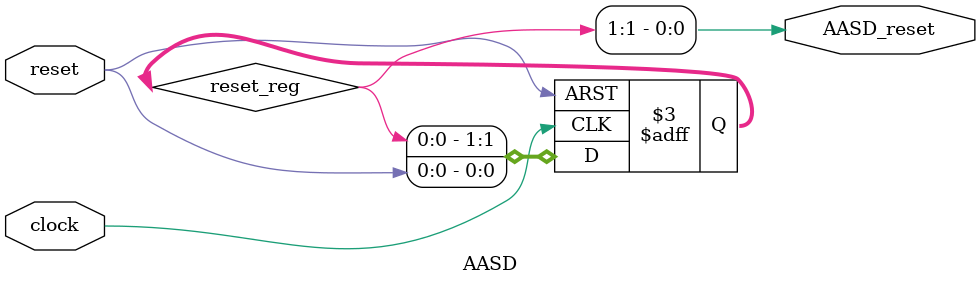
<source format=v>
`timescale 1ns/1 ns
module AASD (
	input reset,
	input clock,
	output AASD_reset
);

reg[1:0] reset_reg;

always @(posedge clock or negedge reset) begin
	if (!reset) begin
		reset_reg <= 1'b0;
	end
	else begin
		reset_reg <= {reset_reg[0], reset};
	end
end

assign AASD_reset = reset_reg[1];

endmodule

</source>
